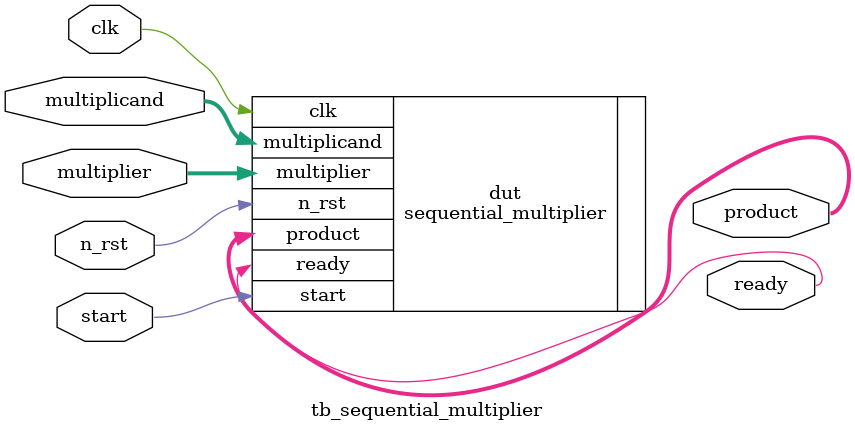
<source format=sv>
module tb_sequential_multiplier (

    input logic signed [WIDTH-1:0] multiplier,
    input logic signed [WIDTH-1:0] multiplicand,

    input logic start,

    input logic clk,
    input logic n_rst,

    output logic ready,
    output logic signed [2*WIDTH-1:0] product
     
);

localparam WIDTH = 16;

sequential_multiplier dut (
    .multiplier (multiplier), .multiplicand(multiplicand),
    .start(start), .clk(clk), .n_rst(n_rst), .product(product),
    .ready(ready)
    ); 

initial begin
    $dumpfile("wave.vcd");
    $dumpvars;
end

endmodule
</source>
